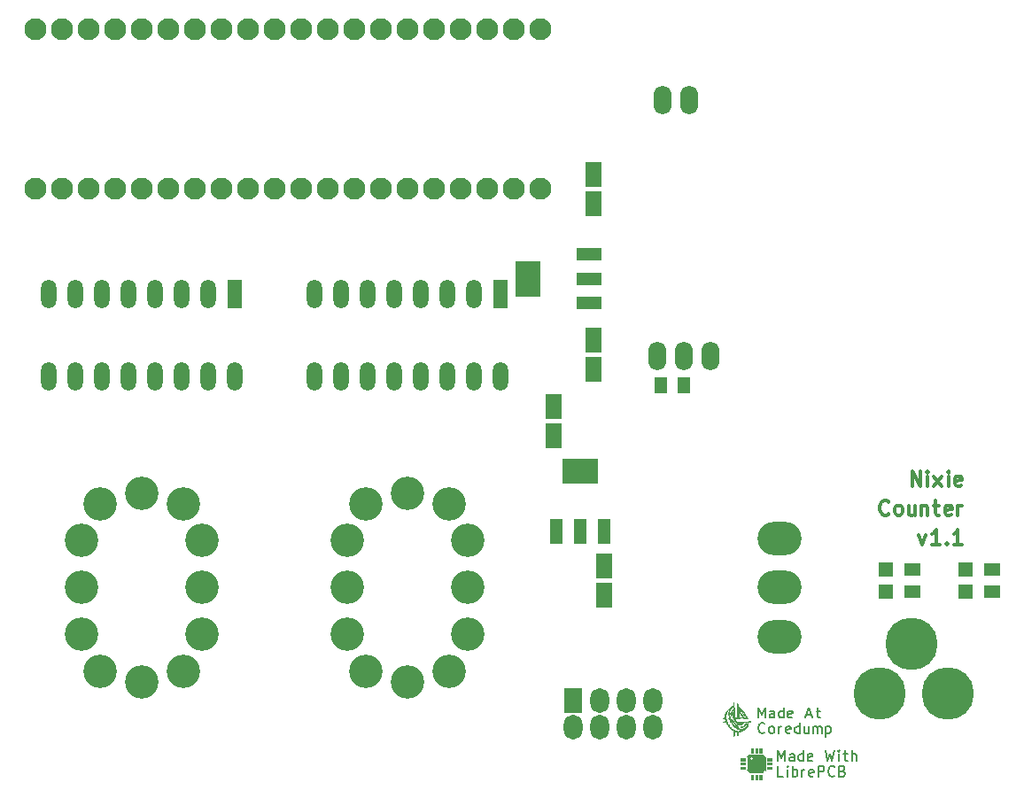
<source format=gbr>
G04 --- HEADER BEGIN --- *
%TF.GenerationSoftware,LibrePCB,LibrePCB,0.1.4-unstable*%
%TF.CreationDate,2020-02-26T00:12:38*%
%TF.ProjectId,Nixie Counter - default,cfaec193-39cb-4766-881d-db9368be8cff,v1.1*%
%TF.Part,Single*%
%FSLAX66Y66*%
%MOMM*%
G01*
G74*
G04 --- HEADER END --- *
G04 --- APERTURE LIST BEGIN --- *
%ADD10C,3.2*%
%ADD11R,1.5X1.15*%
%ADD12R,1.55X2.4*%
%ADD13R,1.15X1.5*%
%ADD14R,3.45X2.35*%
%ADD15R,1.15X2.35*%
%ADD16O,1.47X2.74*%
%ADD17R,1.47X2.74*%
%ADD18C,0.0*%
%ADD19C,0.2*%
%ADD20R,1.4X1.4*%
%ADD21O,1.787X2.39*%
%ADD22R,1.787X2.39*%
%ADD23C,2.1*%
%ADD24R,2.35X3.45*%
%ADD25R,2.35X1.15*%
%ADD26O,4.2X3.2*%
%ADD27O,1.7X2.74*%
%ADD28C,5.0*%
%ADD29C,0.3*%
G04 --- APERTURE LIST END --- *
G04 --- BOARD BEGIN --- *
D10*
X19240000Y28320000D03*
X20990000Y20320000D03*
X19240000Y12320000D03*
X15240000Y29320000D03*
X20990000Y24820000D03*
X11240000Y28320000D03*
X9490000Y15820000D03*
X9490000Y20320000D03*
X11240000Y12320000D03*
X9490000Y24820000D03*
X15240000Y11320000D03*
X20990000Y15820000D03*
D11*
X96520000Y19880000D03*
X96520000Y22030000D03*
D12*
X59450000Y22365264D03*
X59450000Y19545264D03*
D13*
X64886456Y39688000D03*
X67036456Y39688000D03*
D14*
X57150720Y31475360D03*
D15*
X54850720Y25675360D03*
X57150720Y25675360D03*
X59450720Y25675360D03*
D16*
X36830000Y48384984D03*
X49530000Y40514984D03*
X34290000Y40514984D03*
D17*
X49530000Y48384984D03*
D16*
X34290000Y48384984D03*
X44450000Y48384984D03*
X46990000Y48384984D03*
X44450000Y40514984D03*
X31750000Y48384984D03*
X41910000Y40514984D03*
X46990000Y40514984D03*
X39370000Y48384984D03*
X39370000Y40514984D03*
X41910000Y48384984D03*
X36830000Y40514984D03*
X31750000Y40514984D03*
D18*
X71637500Y7760000D02*
X71627500Y7740000D01*
X71667500Y7640000D01*
X71747500Y7500000D01*
X71857500Y7350000D01*
X71977500Y7230000D01*
X72047500Y7150000D01*
X72047500Y7130000D01*
X72027500Y7130000D01*
X71997500Y7120000D01*
X71997500Y7100000D01*
X72097500Y7040000D01*
X72197500Y7000000D01*
X72237500Y7000000D01*
X72227500Y7040000D01*
X72167500Y7130000D01*
X72107500Y7200000D01*
X72067500Y7220000D01*
X72007500Y7250000D01*
X71917500Y7350000D01*
X71737500Y7610000D01*
X71637500Y7760000D01*
X71637500Y7760000D01*
G36*
X71637500Y7760000D02*
X71627500Y7740000D01*
X71667500Y7640000D01*
X71747500Y7500000D01*
X71857500Y7350000D01*
X71977500Y7230000D01*
X72047500Y7150000D01*
X72047500Y7130000D01*
X72027500Y7130000D01*
X71997500Y7120000D01*
X71997500Y7100000D01*
X72097500Y7040000D01*
X72197500Y7000000D01*
X72237500Y7000000D01*
X72227500Y7040000D01*
X72167500Y7130000D01*
X72107500Y7200000D01*
X72067500Y7220000D01*
X72007500Y7250000D01*
X71917500Y7350000D01*
X71737500Y7610000D01*
X71637500Y7760000D01*
X71637500Y7760000D01*
G37*
X72507500Y6650000D02*
X72397500Y6600000D01*
X72257500Y6580000D01*
X72047500Y6600000D01*
X71917500Y6650000D01*
X71857500Y6680000D01*
X71767500Y6740000D01*
X71687500Y6780000D01*
X71677500Y6800000D01*
X71657500Y6810000D01*
X71587500Y6860000D01*
X71547500Y6930000D01*
X71537500Y6930000D01*
X71477500Y6970000D01*
X71457500Y6990000D01*
X71467500Y6990000D01*
X71467500Y7010000D01*
X71407500Y7080000D01*
X71317500Y7180000D01*
X71307500Y7200000D01*
X71337500Y7190000D01*
X71337500Y7200000D01*
X71297500Y7240000D01*
X71237500Y7340000D01*
X71207500Y7390000D01*
X71187500Y7430000D01*
X71167500Y7480000D01*
X71147500Y7520000D01*
X71147500Y7560000D01*
X71117500Y7610000D01*
X71067500Y7840000D01*
X71057500Y8100000D01*
X71087500Y8320000D01*
X71107500Y8370000D01*
X71137500Y8430000D01*
X71167500Y8490000D01*
X71237500Y8590000D01*
X71287500Y8640000D01*
X71327500Y8650000D01*
X71347500Y8650000D01*
X71387500Y8690000D01*
X71427500Y8710000D01*
X71407500Y8660000D01*
X71337500Y8510000D01*
X71317500Y8270000D01*
X71337500Y8000000D01*
X71347500Y7880000D01*
X71327500Y7830000D01*
X71347500Y7840000D01*
X71367500Y7850000D01*
X71377500Y7840000D01*
X71377500Y7800000D01*
X71397500Y7760000D01*
X71427500Y7700000D01*
X71467500Y7590000D01*
X71497500Y7510000D01*
X71547500Y7450000D01*
X71607500Y7370000D01*
X71817500Y7090000D01*
X72007500Y6940000D01*
X72177500Y6830000D01*
X72277500Y6790000D01*
X72397500Y6740000D01*
X72527500Y6720000D01*
X72617500Y6710000D01*
X72507500Y6650000D01*
X72547500Y6610000D01*
X72697500Y6690000D01*
X72907500Y6840000D01*
X73047500Y6990000D01*
X73127500Y7150000D01*
X73167500Y7350000D01*
X73177500Y7460000D01*
X73407500Y7500000D01*
X73397500Y7520000D01*
X73377500Y7530000D01*
X73327500Y7530000D01*
X73087500Y7510000D01*
X72107500Y7510000D01*
X72057500Y7560000D01*
X71977500Y7680000D01*
X71957500Y7750000D01*
X71967500Y7800000D01*
X72397500Y7840000D01*
X72427500Y7850000D01*
X72427500Y7860000D01*
X72437500Y7870000D01*
X72477500Y7870000D01*
X72537500Y7870000D01*
X72527500Y7900000D01*
X72377500Y7920000D01*
X72357500Y7940000D01*
X72317500Y8000000D01*
X72277500Y8060000D01*
X72277500Y8100000D01*
X72297500Y8190000D01*
X72317500Y8260000D01*
X72317500Y8310000D01*
X72337500Y8340000D01*
X72387500Y8330000D01*
X72487500Y8250000D01*
X72597500Y8110000D01*
X72627500Y8040000D01*
X72677500Y7950000D01*
X72687500Y7920000D01*
X72667500Y7910000D01*
X72527500Y7900000D01*
X72537500Y7870000D01*
X72897500Y7850000D01*
X72897500Y7880000D01*
X72767500Y7910000D01*
X72687500Y8060000D01*
X72617500Y8190000D01*
X72537500Y8280000D01*
X72427500Y8380000D01*
X72317500Y8450000D01*
X72207500Y8500000D01*
X72207500Y8670000D01*
X72207500Y8850000D01*
X72257500Y8830000D01*
X72367500Y8780000D01*
X72497500Y8690000D01*
X72747500Y8430000D01*
X72927500Y8150000D01*
X73027500Y7920000D01*
X72997500Y7890000D01*
X72897500Y7880000D01*
X72897500Y7850000D01*
X73127500Y7840000D01*
X73107500Y7880000D01*
X73017500Y8070000D01*
X72857500Y8360000D01*
X72727500Y8530000D01*
X72567500Y8690000D01*
X72397500Y8820000D01*
X72257500Y8900000D01*
X72207500Y8920000D01*
X72217500Y9070000D01*
X72197500Y9210000D01*
X72157500Y9220000D01*
X72157500Y7930000D01*
X72097500Y7900000D01*
X71997500Y7890000D01*
X71877500Y7920000D01*
X71847500Y8050000D01*
X71847500Y8380000D01*
X71847500Y8610000D01*
X71787500Y8610000D01*
X71757500Y8200000D01*
X71747500Y8090000D01*
X71757500Y7980000D01*
X71837500Y7740000D01*
X71967500Y7510000D01*
X72147500Y7340000D01*
X72307500Y7260000D01*
X72447500Y7230000D01*
X72587500Y7260000D01*
X72687500Y7330000D01*
X72817500Y7460000D01*
X72947500Y7470000D01*
X73047500Y7470000D01*
X73097500Y7450000D01*
X73117500Y7400000D01*
X73107500Y7310000D01*
X73067500Y7130000D01*
X72967500Y6970000D01*
X72827500Y6850000D01*
X72637500Y6790000D01*
X72437500Y6800000D01*
X72227500Y6870000D01*
X72027500Y7000000D01*
X71837500Y7180000D01*
X71667500Y7390000D01*
X71527500Y7640000D01*
X71427500Y7920000D01*
X71397500Y8100000D01*
X71397500Y8300000D01*
X71417500Y8490000D01*
X71467500Y8650000D01*
X71547500Y8770000D01*
X71657500Y8870000D01*
X71737500Y8920000D01*
X71777500Y8920000D01*
X71787500Y8870000D01*
X71787500Y8610000D01*
X71847500Y8610000D01*
X71837500Y9100000D01*
X71837500Y9270000D01*
X71817500Y9320000D01*
X71797500Y9150000D01*
X71787500Y9020000D01*
X71737500Y8980000D01*
X71427500Y8800000D01*
X71167500Y8610000D01*
X71087500Y8490000D01*
X71027500Y8350000D01*
X70997500Y8190000D01*
X70977500Y8010000D01*
X70977500Y7880000D01*
X70797500Y7840000D01*
X70797500Y7810000D01*
X70997500Y7810000D01*
X71057500Y7540000D01*
X70897500Y7500000D01*
X70797500Y7460000D01*
X70827500Y7450000D01*
X70887500Y7450000D01*
X71107500Y7460000D01*
X71137500Y7380000D01*
X71237500Y7200000D01*
X71387500Y7000000D01*
X71557500Y6810000D01*
X71707500Y6690000D01*
X71797500Y6630000D01*
X71787500Y6360000D01*
X71807500Y6130000D01*
X71847500Y6170000D01*
X71857500Y6370000D01*
X71867500Y6480000D01*
X71877500Y6560000D01*
X71897500Y6580000D01*
X72047500Y6540000D01*
X72167500Y6500000D01*
X72167500Y6350000D01*
X72157500Y6210000D01*
X72207500Y6230000D01*
X72207500Y6370000D01*
X72207500Y6390000D01*
X72217500Y6460000D01*
X72217500Y6410000D01*
X72207500Y6370000D01*
X72217500Y6440000D01*
X72237500Y6500000D01*
X72287500Y6510000D01*
X72457500Y6550000D01*
X72547500Y6610000D01*
X72507500Y6650000D01*
G36*
X72507500Y6650000D02*
X72397500Y6600000D01*
X72257500Y6580000D01*
X72047500Y6600000D01*
X71917500Y6650000D01*
X71857500Y6680000D01*
X71767500Y6740000D01*
X71687500Y6780000D01*
X71677500Y6800000D01*
X71657500Y6810000D01*
X71587500Y6860000D01*
X71547500Y6930000D01*
X71537500Y6930000D01*
X71477500Y6970000D01*
X71457500Y6990000D01*
X71467500Y6990000D01*
X71467500Y7010000D01*
X71407500Y7080000D01*
X71317500Y7180000D01*
X71307500Y7200000D01*
X71337500Y7190000D01*
X71337500Y7200000D01*
X71297500Y7240000D01*
X71237500Y7340000D01*
X71207500Y7390000D01*
X71187500Y7430000D01*
X71167500Y7480000D01*
X71147500Y7520000D01*
X71147500Y7560000D01*
X71117500Y7610000D01*
X71067500Y7840000D01*
X71057500Y8100000D01*
X71087500Y8320000D01*
X71107500Y8370000D01*
X71137500Y8430000D01*
X71167500Y8490000D01*
X71237500Y8590000D01*
X71287500Y8640000D01*
X71327500Y8650000D01*
X71347500Y8650000D01*
X71387500Y8690000D01*
X71427500Y8710000D01*
X71407500Y8660000D01*
X71337500Y8510000D01*
X71317500Y8270000D01*
X71337500Y8000000D01*
X71347500Y7880000D01*
X71327500Y7830000D01*
X71347500Y7840000D01*
X71367500Y7850000D01*
X71377500Y7840000D01*
X71377500Y7800000D01*
X71397500Y7760000D01*
X71427500Y7700000D01*
X71467500Y7590000D01*
X71497500Y7510000D01*
X71547500Y7450000D01*
X71607500Y7370000D01*
X71817500Y7090000D01*
X72007500Y6940000D01*
X72177500Y6830000D01*
X72277500Y6790000D01*
X72397500Y6740000D01*
X72527500Y6720000D01*
X72617500Y6710000D01*
X72507500Y6650000D01*
X72547500Y6610000D01*
X72697500Y6690000D01*
X72907500Y6840000D01*
X73047500Y6990000D01*
X73127500Y7150000D01*
X73167500Y7350000D01*
X73177500Y7460000D01*
X73407500Y7500000D01*
X73397500Y7520000D01*
X73377500Y7530000D01*
X73327500Y7530000D01*
X73087500Y7510000D01*
X72107500Y7510000D01*
X72057500Y7560000D01*
X71977500Y7680000D01*
X71957500Y7750000D01*
X71967500Y7800000D01*
X72397500Y7840000D01*
X72427500Y7850000D01*
X72427500Y7860000D01*
X72437500Y7870000D01*
X72477500Y7870000D01*
X72537500Y7870000D01*
X72527500Y7900000D01*
X72377500Y7920000D01*
X72357500Y7940000D01*
X72317500Y8000000D01*
X72277500Y8060000D01*
X72277500Y8100000D01*
X72297500Y8190000D01*
X72317500Y8260000D01*
X72317500Y8310000D01*
X72337500Y8340000D01*
X72387500Y8330000D01*
X72487500Y8250000D01*
X72597500Y8110000D01*
X72627500Y8040000D01*
X72677500Y7950000D01*
X72687500Y7920000D01*
X72667500Y7910000D01*
X72527500Y7900000D01*
X72537500Y7870000D01*
X72897500Y7850000D01*
X72897500Y7880000D01*
X72767500Y7910000D01*
X72687500Y8060000D01*
X72617500Y8190000D01*
X72537500Y8280000D01*
X72427500Y8380000D01*
X72317500Y8450000D01*
X72207500Y8500000D01*
X72207500Y8670000D01*
X72207500Y8850000D01*
X72257500Y8830000D01*
X72367500Y8780000D01*
X72497500Y8690000D01*
X72747500Y8430000D01*
X72927500Y8150000D01*
X73027500Y7920000D01*
X72997500Y7890000D01*
X72897500Y7880000D01*
X72897500Y7850000D01*
X73127500Y7840000D01*
X73107500Y7880000D01*
X73017500Y8070000D01*
X72857500Y8360000D01*
X72727500Y8530000D01*
X72567500Y8690000D01*
X72397500Y8820000D01*
X72257500Y8900000D01*
X72207500Y8920000D01*
X72217500Y9070000D01*
X72197500Y9210000D01*
X72157500Y9220000D01*
X72157500Y7930000D01*
X72097500Y7900000D01*
X71997500Y7890000D01*
X71877500Y7920000D01*
X71847500Y8050000D01*
X71847500Y8380000D01*
X71847500Y8610000D01*
X71787500Y8610000D01*
X71757500Y8200000D01*
X71747500Y8090000D01*
X71757500Y7980000D01*
X71837500Y7740000D01*
X71967500Y7510000D01*
X72147500Y7340000D01*
X72307500Y7260000D01*
X72447500Y7230000D01*
X72587500Y7260000D01*
X72687500Y7330000D01*
X72817500Y7460000D01*
X72947500Y7470000D01*
X73047500Y7470000D01*
X73097500Y7450000D01*
X73117500Y7400000D01*
X73107500Y7310000D01*
X73067500Y7130000D01*
X72967500Y6970000D01*
X72827500Y6850000D01*
X72637500Y6790000D01*
X72437500Y6800000D01*
X72227500Y6870000D01*
X72027500Y7000000D01*
X71837500Y7180000D01*
X71667500Y7390000D01*
X71527500Y7640000D01*
X71427500Y7920000D01*
X71397500Y8100000D01*
X71397500Y8300000D01*
X71417500Y8490000D01*
X71467500Y8650000D01*
X71547500Y8770000D01*
X71657500Y8870000D01*
X71737500Y8920000D01*
X71777500Y8920000D01*
X71787500Y8870000D01*
X71787500Y8610000D01*
X71847500Y8610000D01*
X71837500Y9100000D01*
X71837500Y9270000D01*
X71817500Y9320000D01*
X71797500Y9150000D01*
X71787500Y9020000D01*
X71737500Y8980000D01*
X71427500Y8800000D01*
X71167500Y8610000D01*
X71087500Y8490000D01*
X71027500Y8350000D01*
X70997500Y8190000D01*
X70977500Y8010000D01*
X70977500Y7880000D01*
X70797500Y7840000D01*
X70797500Y7810000D01*
X70997500Y7810000D01*
X71057500Y7540000D01*
X70897500Y7500000D01*
X70797500Y7460000D01*
X70827500Y7450000D01*
X70887500Y7450000D01*
X71107500Y7460000D01*
X71137500Y7380000D01*
X71237500Y7200000D01*
X71387500Y7000000D01*
X71557500Y6810000D01*
X71707500Y6690000D01*
X71797500Y6630000D01*
X71787500Y6360000D01*
X71807500Y6130000D01*
X71847500Y6170000D01*
X71857500Y6370000D01*
X71867500Y6480000D01*
X71877500Y6560000D01*
X71897500Y6580000D01*
X72047500Y6540000D01*
X72167500Y6500000D01*
X72167500Y6350000D01*
X72157500Y6210000D01*
X72207500Y6230000D01*
X72207500Y6370000D01*
X72207500Y6390000D01*
X72217500Y6460000D01*
X72217500Y6410000D01*
X72207500Y6370000D01*
X72217500Y6440000D01*
X72237500Y6500000D01*
X72287500Y6510000D01*
X72457500Y6550000D01*
X72547500Y6610000D01*
X72507500Y6650000D01*
G37*
X73007500Y7410000D02*
X72817500Y7220000D01*
X72847500Y7220000D01*
X72867500Y7220000D01*
X72877500Y7210000D01*
X72827500Y7150000D01*
X72697500Y7080000D01*
X72537500Y7050000D01*
X72447500Y7030000D01*
X72477500Y7010000D01*
X72567500Y7010000D01*
X72737500Y7040000D01*
X72867500Y7130000D01*
X72947500Y7180000D01*
X72967500Y7200000D01*
X72987500Y7290000D01*
X73007500Y7410000D01*
X73007500Y7410000D01*
G36*
X73007500Y7410000D02*
X72817500Y7220000D01*
X72847500Y7220000D01*
X72867500Y7220000D01*
X72877500Y7210000D01*
X72827500Y7150000D01*
X72697500Y7080000D01*
X72537500Y7050000D01*
X72447500Y7030000D01*
X72477500Y7010000D01*
X72567500Y7010000D01*
X72737500Y7040000D01*
X72867500Y7130000D01*
X72947500Y7180000D01*
X72967500Y7200000D01*
X72987500Y7290000D01*
X73007500Y7410000D01*
X73007500Y7410000D01*
G37*
X71677500Y8620000D02*
X71647500Y8610000D01*
X71597500Y8510000D01*
X71567500Y8370000D01*
X71557500Y8340000D01*
X71527500Y8320000D01*
X71497500Y8300000D01*
X71497500Y8280000D01*
X71517500Y8170000D01*
X71537500Y8080000D01*
X71577500Y8070000D01*
X71607500Y8130000D01*
X71647500Y8290000D01*
X71637500Y8320000D01*
X71617500Y8330000D01*
X71607500Y8380000D01*
X71647500Y8520000D01*
X71677500Y8590000D01*
X71677500Y8620000D01*
X71677500Y8620000D01*
G36*
X71677500Y8620000D02*
X71647500Y8610000D01*
X71597500Y8510000D01*
X71567500Y8370000D01*
X71557500Y8340000D01*
X71527500Y8320000D01*
X71497500Y8300000D01*
X71497500Y8280000D01*
X71517500Y8170000D01*
X71537500Y8080000D01*
X71577500Y8070000D01*
X71607500Y8130000D01*
X71647500Y8290000D01*
X71637500Y8320000D01*
X71617500Y8330000D01*
X71607500Y8380000D01*
X71647500Y8520000D01*
X71677500Y8590000D01*
X71677500Y8620000D01*
X71677500Y8620000D01*
G37*
X72277500Y8670000D02*
X72347500Y8560000D01*
X72447500Y8460000D01*
X72457500Y8480000D01*
X72467500Y8500000D01*
X72527500Y8460000D01*
X72617500Y8370000D01*
X72767500Y8170000D01*
X72827500Y8080000D01*
X72847500Y8070000D01*
X72857500Y8090000D01*
X72757500Y8250000D01*
X72587500Y8460000D01*
X72507500Y8560000D01*
X72527500Y8580000D01*
X72407500Y8640000D01*
X72277500Y8670000D01*
X72277500Y8670000D01*
G36*
X72277500Y8670000D02*
X72347500Y8560000D01*
X72447500Y8460000D01*
X72457500Y8480000D01*
X72467500Y8500000D01*
X72527500Y8460000D01*
X72617500Y8370000D01*
X72767500Y8170000D01*
X72827500Y8080000D01*
X72847500Y8070000D01*
X72857500Y8090000D01*
X72757500Y8250000D01*
X72587500Y8460000D01*
X72507500Y8560000D01*
X72527500Y8580000D01*
X72407500Y8640000D01*
X72277500Y8670000D01*
X72277500Y8670000D01*
G37*
D19*
X74172500Y7860000D02*
X74172500Y8860000D01*
X74505833Y8145556D01*
X74839167Y8860000D01*
X74839167Y7860000D01*
X75715834Y7860000D02*
X75715834Y8383333D01*
X75668056Y8478889D01*
X75572500Y8526667D01*
X75382500Y8526667D01*
X75286945Y8478889D01*
X75715834Y7907778D02*
X75620278Y7860000D01*
X75382500Y7860000D01*
X75286945Y7907778D01*
X75239167Y8003333D01*
X75239167Y8097778D01*
X75286945Y8193333D01*
X75382500Y8241111D01*
X75620278Y8241111D01*
X75715834Y8288889D01*
X76592501Y7860000D02*
X76592501Y8860000D01*
X76592501Y7907778D02*
X76496945Y7860000D01*
X76305834Y7860000D01*
X76211390Y7907778D01*
X76163612Y7955556D01*
X76115834Y8050000D01*
X76115834Y8336667D01*
X76163612Y8431111D01*
X76211390Y8478889D01*
X76305834Y8526667D01*
X76496945Y8526667D01*
X76592501Y8478889D01*
X77421390Y7907778D02*
X77325834Y7860000D01*
X77135834Y7860000D01*
X77040279Y7907778D01*
X76992501Y8003333D01*
X76992501Y8383333D01*
X77040279Y8478889D01*
X77135834Y8526667D01*
X77325834Y8526667D01*
X77421390Y8478889D01*
X77469168Y8383333D01*
X77469168Y8288889D01*
X76992501Y8193333D01*
X78764723Y8145556D02*
X79240278Y8145556D01*
X78669167Y7860000D02*
X79002500Y8860000D01*
X79335834Y7860000D01*
X79735834Y8526667D02*
X80116945Y8526667D01*
X79879167Y8860000D02*
X79879167Y8003333D01*
X79925834Y7907778D01*
X80021390Y7860000D01*
X80116945Y7860000D01*
X74791389Y6475556D02*
X74743611Y6427778D01*
X74601389Y6380000D01*
X74505833Y6380000D01*
X74362500Y6427778D01*
X74268056Y6523333D01*
X74220278Y6617778D01*
X74172500Y6808889D01*
X74172500Y6951111D01*
X74220278Y7142222D01*
X74268056Y7236667D01*
X74362500Y7332222D01*
X74505833Y7380000D01*
X74601389Y7380000D01*
X74743611Y7332222D01*
X74791389Y7284444D01*
X75381389Y6380000D02*
X75286945Y6427778D01*
X75239167Y6475556D01*
X75191389Y6570000D01*
X75191389Y6856667D01*
X75239167Y6951111D01*
X75286945Y6998889D01*
X75381389Y7046667D01*
X75524722Y7046667D01*
X75620278Y6998889D01*
X75668056Y6951111D01*
X75714722Y6856667D01*
X75714722Y6570000D01*
X75668056Y6475556D01*
X75620278Y6427778D01*
X75524722Y6380000D01*
X75381389Y6380000D01*
X76114722Y6380000D02*
X76114722Y7046667D01*
X76114722Y6856667D02*
X76162500Y6951111D01*
X76210278Y6998889D01*
X76304722Y7046667D01*
X76400278Y7046667D01*
X77229167Y6427778D02*
X77133611Y6380000D01*
X76943611Y6380000D01*
X76848056Y6427778D01*
X76800278Y6523333D01*
X76800278Y6903333D01*
X76848056Y6998889D01*
X76943611Y7046667D01*
X77133611Y7046667D01*
X77229167Y6998889D01*
X77276945Y6903333D01*
X77276945Y6808889D01*
X76800278Y6713333D01*
X78153612Y6380000D02*
X78153612Y7380000D01*
X78153612Y6427778D02*
X78058056Y6380000D01*
X77866945Y6380000D01*
X77772501Y6427778D01*
X77724723Y6475556D01*
X77676945Y6570000D01*
X77676945Y6856667D01*
X77724723Y6951111D01*
X77772501Y6998889D01*
X77866945Y7046667D01*
X78058056Y7046667D01*
X78153612Y6998889D01*
X78982501Y7046667D02*
X78982501Y6380000D01*
X78553612Y7046667D02*
X78553612Y6523333D01*
X78601390Y6427778D01*
X78696945Y6380000D01*
X78839168Y6380000D01*
X78934723Y6427778D01*
X78982501Y6475556D01*
X79382501Y6380000D02*
X79382501Y7046667D01*
X79382501Y6951111D02*
X79430279Y6998889D01*
X79525834Y7046667D01*
X79668057Y7046667D01*
X79763612Y6998889D01*
X79811390Y6903333D01*
X79811390Y6380000D01*
X79811390Y6903333D02*
X79859168Y6998889D01*
X79953612Y7046667D01*
X80096945Y7046667D01*
X80192501Y6998889D01*
X80239168Y6903333D01*
X80239168Y6380000D01*
X80639168Y7046667D02*
X80639168Y6046667D01*
X80639168Y6998889D02*
X80734724Y7046667D01*
X80924724Y7046667D01*
X81020279Y6998889D01*
X81068057Y6951111D01*
X81115835Y6856667D01*
X81115835Y6570000D01*
X81068057Y6475556D01*
X81020279Y6427778D01*
X80924724Y6380000D01*
X80734724Y6380000D01*
X80639168Y6427778D01*
D20*
X93980000Y22005000D03*
X93980000Y19905000D03*
D21*
X56515760Y6985104D03*
X59055760Y9525104D03*
X64135760Y9525104D03*
X61595760Y9525104D03*
X64135760Y6985104D03*
X59055760Y6985104D03*
X61595760Y6985104D03*
D22*
X56515760Y9525104D03*
D11*
X88900000Y19880000D03*
X88900000Y22030000D03*
D23*
X15240000Y58420000D03*
X40640000Y58420000D03*
X50800000Y58420000D03*
X45720000Y58420000D03*
X30480000Y73660000D03*
X45720000Y73660000D03*
X27940000Y58420000D03*
X7620000Y58420000D03*
X17780000Y58420000D03*
X53340000Y73660000D03*
X27940000Y73660000D03*
X35560000Y58420000D03*
X5080000Y73660000D03*
X35560000Y73660000D03*
X43180000Y58420000D03*
X25400000Y73660000D03*
X5080000Y58420000D03*
X50800000Y73660000D03*
X30480000Y58420000D03*
X33020000Y73660000D03*
X17780000Y73660000D03*
X12700000Y58420000D03*
X20320000Y58420000D03*
X10160000Y73660000D03*
X38100000Y58420000D03*
X40640000Y73660000D03*
X53340000Y58420000D03*
X22860000Y58420000D03*
X25400000Y58420000D03*
X48260000Y73660000D03*
X43180000Y73660000D03*
X38100000Y73660000D03*
X10160000Y58420000D03*
X15240000Y73660000D03*
X20320000Y73660000D03*
X12700000Y73660000D03*
X33020000Y58420000D03*
X7620000Y73660000D03*
X22860000Y73660000D03*
X48260000Y58420000D03*
D10*
X44640000Y28320000D03*
X46390000Y20320000D03*
X44640000Y12320000D03*
X40640000Y29320000D03*
X46390000Y24820000D03*
X36640000Y28320000D03*
X34890000Y15820000D03*
X34890000Y20320000D03*
X36640000Y12320000D03*
X34890000Y24820000D03*
X40640000Y11320000D03*
X46390000Y15820000D03*
D16*
X11430000Y48384984D03*
X24130000Y40514984D03*
X8890000Y40514984D03*
D17*
X24130000Y48384984D03*
D16*
X8890000Y48384984D03*
X19050000Y48384984D03*
X21590000Y48384984D03*
X19050000Y40514984D03*
X6350000Y48384984D03*
X16510000Y40514984D03*
X21590000Y40514984D03*
X13970000Y48384984D03*
X13970000Y40514984D03*
X16510000Y48384984D03*
X11430000Y40514984D03*
X6350000Y40514984D03*
D24*
X52186250Y49847500D03*
D25*
X57986250Y47547500D03*
X57986250Y49847500D03*
X57986250Y52147500D03*
D18*
X75037500Y3192500D02*
X75457500Y3192500D01*
X75457500Y2992500D01*
X75037500Y2992500D01*
X75037500Y3192500D01*
G36*
X75037500Y3192500D02*
X75457500Y3192500D01*
X75457500Y2992500D01*
X75037500Y2992500D01*
X75037500Y3192500D01*
G37*
X73877500Y4552500D02*
X74077500Y4552500D01*
X74077500Y4972500D01*
X73877500Y4972500D01*
X73877500Y4552500D01*
G36*
X73877500Y4552500D02*
X74077500Y4552500D01*
X74077500Y4972500D01*
X73877500Y4972500D01*
X73877500Y4552500D01*
G37*
X73477500Y4552500D02*
X73677500Y4552500D01*
X73677500Y4972500D01*
X73477500Y4972500D01*
X73477500Y4552500D01*
G36*
X73477500Y4552500D02*
X73677500Y4552500D01*
X73677500Y4972500D01*
X73477500Y4972500D01*
X73477500Y4552500D01*
G37*
X72917500Y3992500D02*
X72497500Y3992500D01*
X72497500Y3792500D01*
X72917500Y3792500D01*
X72917500Y3992500D01*
G36*
X72917500Y3992500D02*
X72497500Y3992500D01*
X72497500Y3792500D01*
X72917500Y3792500D01*
X72917500Y3992500D01*
G37*
X73877500Y2432500D02*
X74077500Y2432500D01*
X74077500Y2012500D01*
X73877500Y2012500D01*
X73877500Y2432500D01*
G36*
X73877500Y2432500D02*
X74077500Y2432500D01*
X74077500Y2012500D01*
X73877500Y2012500D01*
X73877500Y2432500D01*
G37*
X73342500Y4339500D02*
X74612500Y4339500D01*
G75*
G02*
X74824500Y4127500I0J-212000D01*
G01*
X74824500Y2857500D01*
G02*
X74612500Y2645500I-212000J0D01*
G01*
X73342500Y2645500D01*
G02*
X73130500Y2857500I0J212000D01*
G01*
X73130500Y3957500D01*
X73345500Y3957500D01*
G03*
X73512500Y3790500I167000J0D01*
G01*
G03*
X73679500Y3957500I0J167000D01*
G01*
G03*
X73512500Y4124500I-167000J0D01*
G01*
G03*
X73345500Y3957500I0J-167000D01*
G01*
X73130500Y3957500D01*
X73130500Y4127500D01*
G02*
X73342500Y4339500I212000J0D01*
G01*
G36*
X73342500Y4339500D02*
X74612500Y4339500D01*
G02*
X74824500Y4127500I0J-212000D01*
G01*
X74824500Y2857500D01*
G02*
X74612500Y2645500I-212000J0D01*
G01*
X73342500Y2645500D01*
G02*
X73130500Y2857500I0J212000D01*
G01*
X73130500Y3957500D01*
X73345500Y3957500D01*
G03*
X73512500Y3790500I167000J0D01*
G01*
G03*
X73679500Y3957500I0J167000D01*
G01*
G03*
X73512500Y4124500I-167000J0D01*
G01*
G03*
X73345500Y3957500I0J-167000D01*
G01*
X73130500Y3957500D01*
X73130500Y4127500D01*
G02*
X73342500Y4339500I212000J0D01*
G01*
G37*
X75037500Y3992500D02*
X75457500Y3992500D01*
X75457500Y3792500D01*
X75037500Y3792500D01*
X75037500Y3992500D01*
G36*
X75037500Y3992500D02*
X75457500Y3992500D01*
X75457500Y3792500D01*
X75037500Y3792500D01*
X75037500Y3992500D01*
G37*
X74277500Y4552500D02*
X74477500Y4552500D01*
X74477500Y4972500D01*
X74277500Y4972500D01*
X74277500Y4552500D01*
G36*
X74277500Y4552500D02*
X74477500Y4552500D01*
X74477500Y4972500D01*
X74277500Y4972500D01*
X74277500Y4552500D01*
G37*
X72917500Y3592500D02*
X72497500Y3592500D01*
X72497500Y3392500D01*
X72917500Y3392500D01*
X72917500Y3592500D01*
G36*
X72917500Y3592500D02*
X72497500Y3592500D01*
X72497500Y3392500D01*
X72917500Y3392500D01*
X72917500Y3592500D01*
G37*
X73477500Y2432500D02*
X73677500Y2432500D01*
X73677500Y2012500D01*
X73477500Y2012500D01*
X73477500Y2432500D01*
G36*
X73477500Y2432500D02*
X73677500Y2432500D01*
X73677500Y2012500D01*
X73477500Y2012500D01*
X73477500Y2432500D01*
G37*
X72917500Y3192500D02*
X72497500Y3192500D01*
X72497500Y2992500D01*
X72917500Y2992500D01*
X72917500Y3192500D01*
G36*
X72917500Y3192500D02*
X72497500Y3192500D01*
X72497500Y2992500D01*
X72917500Y2992500D01*
X72917500Y3192500D01*
G37*
X74277500Y2432500D02*
X74477500Y2432500D01*
X74477500Y2012500D01*
X74277500Y2012500D01*
X74277500Y2432500D01*
G36*
X74277500Y2432500D02*
X74477500Y2432500D01*
X74477500Y2012500D01*
X74277500Y2012500D01*
X74277500Y2432500D01*
G37*
X75037500Y3592500D02*
X75457500Y3592500D01*
X75457500Y3392500D01*
X75037500Y3392500D01*
X75037500Y3592500D01*
G36*
X75037500Y3592500D02*
X75457500Y3592500D01*
X75457500Y3392500D01*
X75037500Y3392500D01*
X75037500Y3592500D01*
G37*
D19*
X76077500Y3732500D02*
X76077500Y4732500D01*
X76410833Y4018056D01*
X76744167Y4732500D01*
X76744167Y3732500D01*
X77620834Y3732500D02*
X77620834Y4255833D01*
X77573056Y4351389D01*
X77477500Y4399167D01*
X77287500Y4399167D01*
X77191945Y4351389D01*
X77620834Y3780278D02*
X77525278Y3732500D01*
X77287500Y3732500D01*
X77191945Y3780278D01*
X77144167Y3875833D01*
X77144167Y3970278D01*
X77191945Y4065833D01*
X77287500Y4113611D01*
X77525278Y4113611D01*
X77620834Y4161389D01*
X78497501Y3732500D02*
X78497501Y4732500D01*
X78497501Y3780278D02*
X78401945Y3732500D01*
X78210834Y3732500D01*
X78116390Y3780278D01*
X78068612Y3828056D01*
X78020834Y3922500D01*
X78020834Y4209167D01*
X78068612Y4303611D01*
X78116390Y4351389D01*
X78210834Y4399167D01*
X78401945Y4399167D01*
X78497501Y4351389D01*
X79326390Y3780278D02*
X79230834Y3732500D01*
X79040834Y3732500D01*
X78945279Y3780278D01*
X78897501Y3875833D01*
X78897501Y4255833D01*
X78945279Y4351389D01*
X79040834Y4399167D01*
X79230834Y4399167D01*
X79326390Y4351389D01*
X79374168Y4255833D01*
X79374168Y4161389D01*
X78897501Y4065833D01*
X80574167Y4732500D02*
X80811945Y3732500D01*
X81003056Y4446944D01*
X81193056Y3732500D01*
X81430834Y4732500D01*
X81878612Y3732500D02*
X81878612Y4399167D01*
X81878612Y4732500D02*
X81830834Y4684722D01*
X81878612Y4636944D01*
X81926390Y4684722D01*
X81878612Y4732500D01*
X81878612Y4636944D01*
X82326390Y4399167D02*
X82707501Y4399167D01*
X82469723Y4732500D02*
X82469723Y3875833D01*
X82516390Y3780278D01*
X82611946Y3732500D01*
X82707501Y3732500D01*
X83107501Y3732500D02*
X83107501Y4732500D01*
X83536390Y3732500D02*
X83536390Y4255833D01*
X83488612Y4351389D01*
X83393057Y4399167D01*
X83250834Y4399167D01*
X83155279Y4351389D01*
X83107501Y4303611D01*
X76554167Y2252500D02*
X76077500Y2252500D01*
X76077500Y3252500D01*
X77001945Y2252500D02*
X77001945Y2919167D01*
X77001945Y3252500D02*
X76954167Y3204722D01*
X77001945Y3156944D01*
X77049723Y3204722D01*
X77001945Y3252500D01*
X77001945Y3156944D01*
X77449723Y2252500D02*
X77449723Y3252500D01*
X77449723Y2871389D02*
X77545279Y2919167D01*
X77735279Y2919167D01*
X77830834Y2871389D01*
X77878612Y2823611D01*
X77926390Y2729167D01*
X77926390Y2442500D01*
X77878612Y2348056D01*
X77830834Y2300278D01*
X77735279Y2252500D01*
X77545279Y2252500D01*
X77449723Y2300278D01*
X78326390Y2252500D02*
X78326390Y2919167D01*
X78326390Y2729167D02*
X78374168Y2823611D01*
X78421946Y2871389D01*
X78516390Y2919167D01*
X78611946Y2919167D01*
X79440835Y2300278D02*
X79345279Y2252500D01*
X79155279Y2252500D01*
X79059724Y2300278D01*
X79011946Y2395833D01*
X79011946Y2775833D01*
X79059724Y2871389D01*
X79155279Y2919167D01*
X79345279Y2919167D01*
X79440835Y2871389D01*
X79488613Y2775833D01*
X79488613Y2681389D01*
X79011946Y2585833D01*
X79888613Y2252500D02*
X79888613Y3252500D01*
X80269724Y3252500D01*
X80365280Y3204722D01*
X80411946Y3156944D01*
X80459724Y3062500D01*
X80459724Y2919167D01*
X80411946Y2823611D01*
X80365280Y2775833D01*
X80269724Y2729167D01*
X79888613Y2729167D01*
X81478613Y2348056D02*
X81430835Y2300278D01*
X81288613Y2252500D01*
X81193057Y2252500D01*
X81049724Y2300278D01*
X80955280Y2395833D01*
X80907502Y2490278D01*
X80859724Y2681389D01*
X80859724Y2823611D01*
X80907502Y3014722D01*
X80955280Y3109167D01*
X81049724Y3204722D01*
X81193057Y3252500D01*
X81288613Y3252500D01*
X81430835Y3204722D01*
X81478613Y3156944D01*
X82211946Y2775833D02*
X82355280Y2729167D01*
X82401946Y2681389D01*
X82449724Y2585833D01*
X82449724Y2442500D01*
X82401946Y2348056D01*
X82355280Y2300278D01*
X82259724Y2252500D01*
X81878613Y2252500D01*
X81878613Y3252500D01*
X82211946Y3252500D01*
X82307502Y3204722D01*
X82355280Y3156944D01*
X82401946Y3062500D01*
X82401946Y2966944D01*
X82355280Y2871389D01*
X82307502Y2823611D01*
X82211946Y2775833D01*
X81878613Y2775833D01*
D12*
X58420736Y43955544D03*
X58420736Y41135544D03*
D26*
X76199936Y15620000D03*
X76199936Y25020000D03*
X76199936Y20320000D03*
D27*
X67030992Y42428192D03*
X69570992Y42428192D03*
X65040992Y66928192D03*
X67580992Y66928192D03*
X64490992Y42428192D03*
D20*
X86360000Y22005000D03*
X86360000Y19905000D03*
D12*
X58420736Y57010736D03*
X58420736Y59830736D03*
X54610688Y34785448D03*
X54610688Y37605448D03*
D28*
X92311168Y10160064D03*
X88811168Y14960064D03*
X85811168Y10160064D03*
D29*
X88875388Y30025274D02*
X88875388Y31425274D01*
X89674944Y30025274D01*
X89674944Y31425274D01*
X90321833Y30025274D02*
X90321833Y30958607D01*
X90321833Y31425274D02*
X90254944Y31358385D01*
X90321833Y31291496D01*
X90388722Y31358385D01*
X90321833Y31425274D01*
X90321833Y31291496D01*
X90968722Y30025274D02*
X91701389Y30958607D01*
X90968722Y30958607D02*
X91701389Y30025274D01*
X92348278Y30025274D02*
X92348278Y30958607D01*
X92348278Y31425274D02*
X92281389Y31358385D01*
X92348278Y31291496D01*
X92415167Y31358385D01*
X92348278Y31425274D01*
X92348278Y31291496D01*
X93595611Y30092163D02*
X93461834Y30025274D01*
X93195834Y30025274D01*
X93062056Y30092163D01*
X92995167Y30225941D01*
X92995167Y30757941D01*
X93062056Y30891718D01*
X93195834Y30958607D01*
X93461834Y30958607D01*
X93595611Y30891718D01*
X93662500Y30757941D01*
X93662500Y30625718D01*
X92995167Y30491941D01*
X86648278Y27370165D02*
X86581390Y27303276D01*
X86382278Y27236387D01*
X86248501Y27236387D01*
X86047834Y27303276D01*
X85915612Y27437054D01*
X85848723Y27569276D01*
X85781834Y27836831D01*
X85781834Y28035943D01*
X85848723Y28303498D01*
X85915612Y28435720D01*
X86047834Y28569498D01*
X86248501Y28636387D01*
X86382278Y28636387D01*
X86581390Y28569498D01*
X86648278Y28502609D01*
X87494278Y27236387D02*
X87362056Y27303276D01*
X87295167Y27370165D01*
X87228278Y27502387D01*
X87228278Y27903720D01*
X87295167Y28035943D01*
X87362056Y28102831D01*
X87494278Y28169720D01*
X87694945Y28169720D01*
X87828722Y28102831D01*
X87895611Y28035943D01*
X87960945Y27903720D01*
X87960945Y27502387D01*
X87895611Y27370165D01*
X87828722Y27303276D01*
X87694945Y27236387D01*
X87494278Y27236387D01*
X89141389Y28169720D02*
X89141389Y27236387D01*
X88540945Y28169720D02*
X88540945Y27437054D01*
X88607834Y27303276D01*
X88741612Y27236387D01*
X88940723Y27236387D01*
X89074501Y27303276D01*
X89141389Y27370165D01*
X89721389Y28169720D02*
X89721389Y27236387D01*
X89721389Y28035943D02*
X89788278Y28102831D01*
X89922056Y28169720D01*
X90121167Y28169720D01*
X90254945Y28102831D01*
X90321833Y27969054D01*
X90321833Y27236387D01*
X90901833Y28169720D02*
X91435389Y28169720D01*
X91102500Y28636387D02*
X91102500Y27437054D01*
X91167833Y27303276D01*
X91301611Y27236387D01*
X91435389Y27236387D01*
X92615833Y27303276D02*
X92482056Y27236387D01*
X92216056Y27236387D01*
X92082278Y27303276D01*
X92015389Y27437054D01*
X92015389Y27969054D01*
X92082278Y28102831D01*
X92216056Y28169720D01*
X92482056Y28169720D01*
X92615833Y28102831D01*
X92682722Y27969054D01*
X92682722Y27836831D01*
X92015389Y27703054D01*
X93262722Y27236387D02*
X93262722Y28169720D01*
X93262722Y27903720D02*
X93329611Y28035943D01*
X93396500Y28102831D01*
X93528722Y28169720D01*
X93662500Y28169720D01*
X89522277Y25380833D02*
X89855166Y24447500D01*
X90189610Y25380833D01*
X91569166Y24447500D02*
X90769610Y24447500D01*
X91169388Y24447500D02*
X91169388Y25847500D01*
X91035610Y25646833D01*
X90903388Y25514611D01*
X90769610Y25447722D01*
X92216055Y24581278D02*
X92282944Y24514389D01*
X92216055Y24447500D01*
X92149166Y24514389D01*
X92216055Y24581278D01*
X92216055Y24447500D01*
X93662500Y24447500D02*
X92862944Y24447500D01*
X93262722Y24447500D02*
X93262722Y25847500D01*
X93128944Y25646833D01*
X92996722Y25514611D01*
X92862944Y25447722D01*
G04 --- BOARD END --- *
%TF.MD5,0060f005305bffd82fa7a8fdb5f2a1e8*%
M02*

</source>
